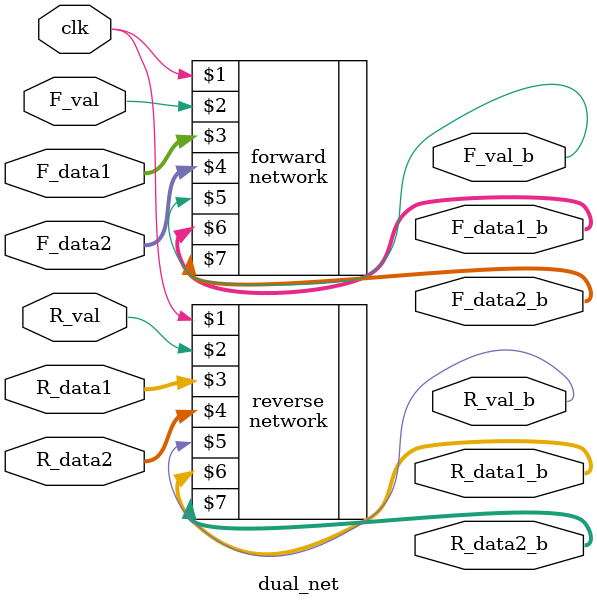
<source format=v>
/* Our TCP model contains 3 modules, 
 *     1) TCP_SND to model the transmitting user process and its TCP interface
 *     2) DUAL_NET to model the network
 *     3) TCP_RCV to model the receiving user process and its TCP interface
 * 
 * This model represents an established TCP connection through which a
 * data SEQUENCE is transmitted as SEGMENTs using a windowing scheme.
 * The receiver promises to hold a window size of data and notifies
 * the sender of available window size with ACKs.  In order to handle
 * out-of-order transmission and to avoid a round-trip needed for each
 * window sent, the receiver need not ACK on each receipt (but may ACK
 * for instance when the available buffer size changes due to the user
 * receiving data.)  
*/

// Top Level TCP Connection Model
//
module tcptest(clk);
input clk;

// signals labeled "_b" are delayed or buffered by the network

wire clk, data_snd, buf_full, data_rcv, buf_empty, rcv_ack, seg_val,
     rcv_ack_b, seg_val_b;
wire [0:3] rcv_seq, rcv_buff, seg_seq, seg_len, rcv_seq_b, 
           rcv_buff_b, seg_seq_b, seg_len_b;

tcp_snd tcp_snd(clk, rcv_ack_b, rcv_seq_b, rcv_buff_b, seg_val, seg_seq, 
	        seg_len);
// The network sends data and acks bidirectionally
//
dual_net dual_net(clk, seg_val, seg_seq, seg_len, seg_val_b, seg_seq_b, 
		  seg_len_b, rcv_ack, rcv_seq, rcv_buff, rcv_ack_b, rcv_seq_b, 
	          rcv_buff_b);
tcp_rcv tcp_rcv(clk, rcv_ack, rcv_seq, rcv_buff, seg_val_b, seg_seq_b, 
	        seg_len_b);
endmodule

`include snd.v
`include rcv.v

// TCP Network model 
//  -drops packets in both directions
//  -out of order delivery
//
module dual_net(clk, F_val, F_data1, F_data2, F_val_b, F_data1_b, F_data2_b,
	        R_val, R_data1, R_data2, R_val_b, R_data1_b, R_data2_b);
input clk, F_val, R_val;
input [0:3] F_data1, F_data2, R_data1, R_data2;
output F_val_b, R_val_b;
output [0:3] F_data1_b, F_data2_b, R_data1_b, R_data2_b;

network forward(clk, F_val, F_data1, F_data2, F_val_b, F_data1_b, F_data2_b);
network reverse(clk, R_val, R_data1, R_data2, R_val_b, R_data1_b, R_data2_b);
endmodule

`include network.v

</source>
